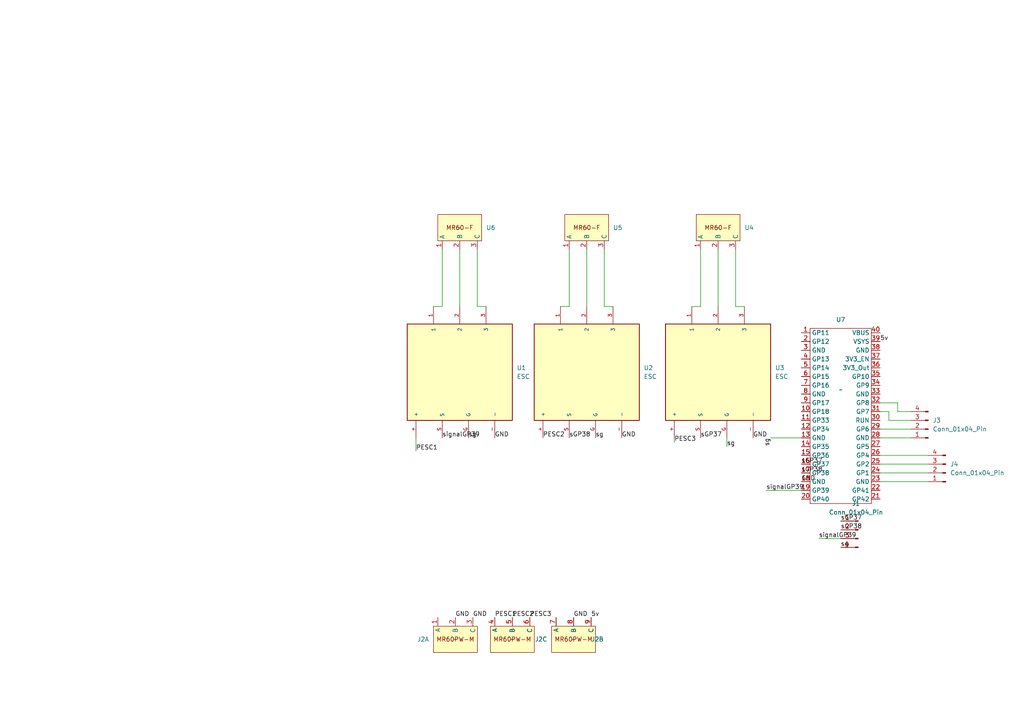
<source format=kicad_sch>
(kicad_sch (version 20230121) (generator eeschema)

  (uuid 986cd784-cf7b-4705-8aca-2a8de3c444dd)

  (paper "A4")

  (lib_symbols
    (symbol "2024-backplane:MR60-F" (in_bom yes) (on_board yes)
      (property "Reference" "U" (at -3.81 11.43 0)
        (effects (font (size 1.27 1.27)))
      )
      (property "Value" "" (at -3.81 6.35 0)
        (effects (font (size 1.27 1.27)))
      )
      (property "Footprint" "" (at -3.81 6.35 0)
        (effects (font (size 1.27 1.27)) hide)
      )
      (property "Datasheet" "" (at -3.81 6.35 0)
        (effects (font (size 1.27 1.27)) hide)
      )
      (symbol "MR60-F_1_1"
        (rectangle (start -10.16 10.16) (end 2.54 2.54)
          (stroke (width 0) (type default))
          (fill (type background))
        )
        (text "MR60-F\n" (at -3.81 6.35 0)
          (effects (font (size 1.27 1.27)))
        )
        (pin bidirectional line (at -8.89 0 90) (length 2.54)
          (name "A" (effects (font (size 1.27 1.27))))
          (number "1" (effects (font (size 1.27 1.27))))
        )
        (pin bidirectional line (at -3.81 0 90) (length 2.54)
          (name "B" (effects (font (size 1.27 1.27))))
          (number "2" (effects (font (size 1.27 1.27))))
        )
        (pin bidirectional line (at 1.27 0 90) (length 2.54)
          (name "C" (effects (font (size 1.27 1.27))))
          (number "3" (effects (font (size 1.27 1.27))))
        )
      )
    )
    (symbol "2024-backplane:MR60PW-M_X3" (in_bom yes) (on_board yes)
      (property "Reference" "J" (at -3.81 11.43 0)
        (effects (font (size 1.27 1.27)))
      )
      (property "Value" "" (at -3.81 6.35 0)
        (effects (font (size 1.27 1.27)))
      )
      (property "Footprint" "2024-backplane:MR60PW-M_X3" (at -6.35 20.32 0)
        (effects (font (size 1.27 1.27)) hide)
      )
      (property "Datasheet" "https://www.tme.com/Document/fd4b3517709a946d7b01cf4810656931/MR60PW-M.pdf" (at -5.08 17.78 0)
        (effects (font (size 1.27 1.27)) hide)
      )
      (symbol "MR60PW-M_X3_1_1"
        (rectangle (start -10.16 10.16) (end 2.54 2.54)
          (stroke (width 0) (type default))
          (fill (type background))
        )
        (text "MR60PW-M\n" (at -3.81 6.35 0)
          (effects (font (size 1.27 1.27)))
        )
        (pin bidirectional line (at -8.89 0 90) (length 2.54)
          (name "A" (effects (font (size 1.27 1.27))))
          (number "1" (effects (font (size 1.27 1.27))))
        )
        (pin bidirectional line (at -3.81 0 90) (length 2.54)
          (name "B" (effects (font (size 1.27 1.27))))
          (number "2" (effects (font (size 1.27 1.27))))
        )
        (pin bidirectional line (at 1.27 0 90) (length 2.54)
          (name "C" (effects (font (size 1.27 1.27))))
          (number "3" (effects (font (size 1.27 1.27))))
        )
      )
      (symbol "MR60PW-M_X3_2_1"
        (rectangle (start -10.16 10.16) (end 2.54 2.54)
          (stroke (width 0) (type default))
          (fill (type background))
        )
        (text "MR60PW-M\n" (at -3.81 6.35 0)
          (effects (font (size 1.27 1.27)))
        )
        (pin bidirectional line (at -8.89 0 90) (length 2.54)
          (name "A" (effects (font (size 1.27 1.27))))
          (number "4" (effects (font (size 1.27 1.27))))
        )
        (pin bidirectional line (at -3.81 0 90) (length 2.54)
          (name "B" (effects (font (size 1.27 1.27))))
          (number "5" (effects (font (size 1.27 1.27))))
        )
        (pin bidirectional line (at 1.27 0 90) (length 2.54)
          (name "C" (effects (font (size 1.27 1.27))))
          (number "6" (effects (font (size 1.27 1.27))))
        )
      )
      (symbol "MR60PW-M_X3_3_1"
        (rectangle (start -10.16 10.16) (end 2.54 2.54)
          (stroke (width 0) (type default))
          (fill (type background))
        )
        (text "MR60PW-M\n" (at -3.81 6.35 0)
          (effects (font (size 1.27 1.27)))
        )
        (pin bidirectional line (at -8.89 0 90) (length 2.54)
          (name "A" (effects (font (size 1.27 1.27))))
          (number "7" (effects (font (size 1.27 1.27))))
        )
        (pin bidirectional line (at -3.81 0 90) (length 2.54)
          (name "B" (effects (font (size 1.27 1.27))))
          (number "8" (effects (font (size 1.27 1.27))))
        )
        (pin bidirectional line (at 1.27 0 90) (length 2.54)
          (name "C" (effects (font (size 1.27 1.27))))
          (number "9" (effects (font (size 1.27 1.27))))
        )
      )
    )
    (symbol "Connector:Conn_01x04_Pin" (pin_names (offset 1.016) hide) (in_bom yes) (on_board yes)
      (property "Reference" "J" (at 0 5.08 0)
        (effects (font (size 1.27 1.27)))
      )
      (property "Value" "Conn_01x04_Pin" (at 0 -7.62 0)
        (effects (font (size 1.27 1.27)))
      )
      (property "Footprint" "" (at 0 0 0)
        (effects (font (size 1.27 1.27)) hide)
      )
      (property "Datasheet" "~" (at 0 0 0)
        (effects (font (size 1.27 1.27)) hide)
      )
      (property "ki_locked" "" (at 0 0 0)
        (effects (font (size 1.27 1.27)))
      )
      (property "ki_keywords" "connector" (at 0 0 0)
        (effects (font (size 1.27 1.27)) hide)
      )
      (property "ki_description" "Generic connector, single row, 01x04, script generated" (at 0 0 0)
        (effects (font (size 1.27 1.27)) hide)
      )
      (property "ki_fp_filters" "Connector*:*_1x??_*" (at 0 0 0)
        (effects (font (size 1.27 1.27)) hide)
      )
      (symbol "Conn_01x04_Pin_1_1"
        (polyline
          (pts
            (xy 1.27 -5.08)
            (xy 0.8636 -5.08)
          )
          (stroke (width 0.1524) (type default))
          (fill (type none))
        )
        (polyline
          (pts
            (xy 1.27 -2.54)
            (xy 0.8636 -2.54)
          )
          (stroke (width 0.1524) (type default))
          (fill (type none))
        )
        (polyline
          (pts
            (xy 1.27 0)
            (xy 0.8636 0)
          )
          (stroke (width 0.1524) (type default))
          (fill (type none))
        )
        (polyline
          (pts
            (xy 1.27 2.54)
            (xy 0.8636 2.54)
          )
          (stroke (width 0.1524) (type default))
          (fill (type none))
        )
        (rectangle (start 0.8636 -4.953) (end 0 -5.207)
          (stroke (width 0.1524) (type default))
          (fill (type outline))
        )
        (rectangle (start 0.8636 -2.413) (end 0 -2.667)
          (stroke (width 0.1524) (type default))
          (fill (type outline))
        )
        (rectangle (start 0.8636 0.127) (end 0 -0.127)
          (stroke (width 0.1524) (type default))
          (fill (type outline))
        )
        (rectangle (start 0.8636 2.667) (end 0 2.413)
          (stroke (width 0.1524) (type default))
          (fill (type outline))
        )
        (pin passive line (at 5.08 2.54 180) (length 3.81)
          (name "Pin_1" (effects (font (size 1.27 1.27))))
          (number "1" (effects (font (size 1.27 1.27))))
        )
        (pin passive line (at 5.08 0 180) (length 3.81)
          (name "Pin_2" (effects (font (size 1.27 1.27))))
          (number "2" (effects (font (size 1.27 1.27))))
        )
        (pin passive line (at 5.08 -2.54 180) (length 3.81)
          (name "Pin_3" (effects (font (size 1.27 1.27))))
          (number "3" (effects (font (size 1.27 1.27))))
        )
        (pin passive line (at 5.08 -5.08 180) (length 3.81)
          (name "Pin_4" (effects (font (size 1.27 1.27))))
          (number "4" (effects (font (size 1.27 1.27))))
        )
      )
    )
    (symbol "ESC:ESC" (pin_names (offset 1.016)) (in_bom yes) (on_board yes)
      (property "Reference" "U" (at 15.24 31.75 0)
        (effects (font (size 1.27 1.27)) (justify bottom))
      )
      (property "Value" "ESC" (at 7.62 -2.54 0)
        (effects (font (size 1.27 1.27)) (justify bottom))
      )
      (property "Footprint" "ESC:ESC" (at 0 0 0)
        (effects (font (size 1.27 1.27)) (justify bottom) hide)
      )
      (property "Datasheet" "" (at 0 0 0)
        (effects (font (size 1.27 1.27)) hide)
      )
      (symbol "ESC_0_0"
        (rectangle (start 0 0) (end 27.94 30.48)
          (stroke (width 0.254) (type default))
          (fill (type background))
        )
        (pin bidirectional line (at -5.08 27.94 0) (length 5.08)
          (name "+" (effects (font (size 1.016 1.016))))
          (number "+" (effects (font (size 1.016 1.016))))
        )
        (pin bidirectional line (at -5.08 5.08 0) (length 5.08)
          (name "-" (effects (font (size 1.016 1.016))))
          (number "-" (effects (font (size 1.016 1.016))))
        )
        (pin bidirectional line (at 33.02 22.86 180) (length 5.08)
          (name "1" (effects (font (size 1.016 1.016))))
          (number "1" (effects (font (size 1.016 1.016))))
        )
        (pin bidirectional line (at 33.02 15.24 180) (length 5.08)
          (name "2" (effects (font (size 1.016 1.016))))
          (number "2" (effects (font (size 1.016 1.016))))
        )
        (pin bidirectional line (at 33.02 7.62 180) (length 5.08)
          (name "3" (effects (font (size 1.016 1.016))))
          (number "3" (effects (font (size 1.016 1.016))))
        )
        (pin bidirectional line (at -5.08 12.7 0) (length 5.08)
          (name "G" (effects (font (size 1.016 1.016))))
          (number "G" (effects (font (size 1.016 1.016))))
        )
        (pin bidirectional line (at -5.08 20.32 0) (length 5.08)
          (name "S" (effects (font (size 1.016 1.016))))
          (number "S" (effects (font (size 1.016 1.016))))
        )
      )
    )
    (symbol "Kelpie_Library:ESP32-S3-Pico" (in_bom yes) (on_board yes)
      (property "Reference" "U" (at 0 19.05 0)
        (effects (font (size 1.27 1.27)))
      )
      (property "Value" "" (at 0 0 0)
        (effects (font (size 1.27 1.27)))
      )
      (property "Footprint" "" (at 0 0 0)
        (effects (font (size 1.27 1.27)) hide)
      )
      (property "Datasheet" "" (at 0 0 0)
        (effects (font (size 1.27 1.27)) hide)
      )
      (symbol "ESP32-S3-Pico_0_1"
        (rectangle (start -8.89 17.78) (end 8.89 -33.02)
          (stroke (width 0) (type default))
          (fill (type none))
        )
      )
      (symbol "ESP32-S3-Pico_1_1"
        (pin bidirectional line (at -11.43 16.51 0) (length 2.54)
          (name "GP11" (effects (font (size 1.27 1.27))))
          (number "1" (effects (font (size 1.27 1.27))))
        )
        (pin bidirectional line (at -11.43 -6.35 0) (length 2.54)
          (name "GP18" (effects (font (size 1.27 1.27))))
          (number "10" (effects (font (size 1.27 1.27))))
        )
        (pin bidirectional line (at -11.43 -8.89 0) (length 2.54)
          (name "GP33" (effects (font (size 1.27 1.27))))
          (number "11" (effects (font (size 1.27 1.27))))
        )
        (pin bidirectional line (at -11.43 -11.43 0) (length 2.54)
          (name "GP34" (effects (font (size 1.27 1.27))))
          (number "12" (effects (font (size 1.27 1.27))))
        )
        (pin power_in line (at -11.43 -13.97 0) (length 2.54)
          (name "GND" (effects (font (size 1.27 1.27))))
          (number "13" (effects (font (size 1.27 1.27))))
        )
        (pin bidirectional line (at -11.43 -16.51 0) (length 2.54)
          (name "GP35" (effects (font (size 1.27 1.27))))
          (number "14" (effects (font (size 1.27 1.27))))
        )
        (pin bidirectional line (at -11.43 -19.05 0) (length 2.54)
          (name "GP36" (effects (font (size 1.27 1.27))))
          (number "15" (effects (font (size 1.27 1.27))))
        )
        (pin bidirectional line (at -11.43 -21.59 0) (length 2.54)
          (name "GP37" (effects (font (size 1.27 1.27))))
          (number "16" (effects (font (size 1.27 1.27))))
        )
        (pin bidirectional line (at -11.43 -24.13 0) (length 2.54)
          (name "GP38" (effects (font (size 1.27 1.27))))
          (number "17" (effects (font (size 1.27 1.27))))
        )
        (pin power_in line (at -11.43 -26.67 0) (length 2.54)
          (name "GND" (effects (font (size 1.27 1.27))))
          (number "18" (effects (font (size 1.27 1.27))))
        )
        (pin bidirectional line (at -11.43 -29.21 0) (length 2.54)
          (name "GP39" (effects (font (size 1.27 1.27))))
          (number "19" (effects (font (size 1.27 1.27))))
        )
        (pin bidirectional line (at -11.43 13.97 0) (length 2.54)
          (name "GP12" (effects (font (size 1.27 1.27))))
          (number "2" (effects (font (size 1.27 1.27))))
        )
        (pin bidirectional line (at -11.43 -31.75 0) (length 2.54)
          (name "GP40" (effects (font (size 1.27 1.27))))
          (number "20" (effects (font (size 1.27 1.27))))
        )
        (pin bidirectional line (at 11.43 -31.75 180) (length 2.54)
          (name "GP42" (effects (font (size 1.27 1.27))))
          (number "21" (effects (font (size 1.27 1.27))))
        )
        (pin bidirectional line (at 11.43 -29.21 180) (length 2.54)
          (name "GP41" (effects (font (size 1.27 1.27))))
          (number "22" (effects (font (size 1.27 1.27))))
        )
        (pin power_in line (at 11.43 -26.67 180) (length 2.54)
          (name "GND" (effects (font (size 1.27 1.27))))
          (number "23" (effects (font (size 1.27 1.27))))
        )
        (pin bidirectional line (at 11.43 -24.13 180) (length 2.54)
          (name "GP1" (effects (font (size 1.27 1.27))))
          (number "24" (effects (font (size 1.27 1.27))))
        )
        (pin bidirectional line (at 11.43 -21.59 180) (length 2.54)
          (name "GP2" (effects (font (size 1.27 1.27))))
          (number "25" (effects (font (size 1.27 1.27))))
        )
        (pin bidirectional line (at 11.43 -19.05 180) (length 2.54)
          (name "GP4" (effects (font (size 1.27 1.27))))
          (number "26" (effects (font (size 1.27 1.27))))
        )
        (pin bidirectional line (at 11.43 -16.51 180) (length 2.54)
          (name "GP5" (effects (font (size 1.27 1.27))))
          (number "27" (effects (font (size 1.27 1.27))))
        )
        (pin power_in line (at 11.43 -13.97 180) (length 2.54)
          (name "GND" (effects (font (size 1.27 1.27))))
          (number "28" (effects (font (size 1.27 1.27))))
        )
        (pin bidirectional line (at 11.43 -11.43 180) (length 2.54)
          (name "GP6" (effects (font (size 1.27 1.27))))
          (number "29" (effects (font (size 1.27 1.27))))
        )
        (pin power_in line (at -11.43 11.43 0) (length 2.54)
          (name "GND" (effects (font (size 1.27 1.27))))
          (number "3" (effects (font (size 1.27 1.27))))
        )
        (pin input line (at 11.43 -8.89 180) (length 2.54)
          (name "RUN" (effects (font (size 1.27 1.27))))
          (number "30" (effects (font (size 1.27 1.27))))
        )
        (pin bidirectional line (at 11.43 -6.35 180) (length 2.54)
          (name "GP7" (effects (font (size 1.27 1.27))))
          (number "31" (effects (font (size 1.27 1.27))))
        )
        (pin bidirectional line (at 11.43 -3.81 180) (length 2.54)
          (name "GP8" (effects (font (size 1.27 1.27))))
          (number "32" (effects (font (size 1.27 1.27))))
        )
        (pin power_in line (at 11.43 -1.27 180) (length 2.54)
          (name "GND" (effects (font (size 1.27 1.27))))
          (number "33" (effects (font (size 1.27 1.27))))
        )
        (pin bidirectional line (at 11.43 1.27 180) (length 2.54)
          (name "GP9" (effects (font (size 1.27 1.27))))
          (number "34" (effects (font (size 1.27 1.27))))
        )
        (pin bidirectional line (at 11.43 3.81 180) (length 2.54)
          (name "GP10" (effects (font (size 1.27 1.27))))
          (number "35" (effects (font (size 1.27 1.27))))
        )
        (pin power_out line (at 11.43 6.35 180) (length 2.54)
          (name "3V3_Out" (effects (font (size 1.27 1.27))))
          (number "36" (effects (font (size 1.27 1.27))))
        )
        (pin input line (at 11.43 8.89 180) (length 2.54)
          (name "3V3_EN" (effects (font (size 1.27 1.27))))
          (number "37" (effects (font (size 1.27 1.27))))
        )
        (pin power_in line (at 11.43 11.43 180) (length 2.54)
          (name "GND" (effects (font (size 1.27 1.27))))
          (number "38" (effects (font (size 1.27 1.27))))
        )
        (pin power_in line (at 11.43 13.97 180) (length 2.54)
          (name "VSYS" (effects (font (size 1.27 1.27))))
          (number "39" (effects (font (size 1.27 1.27))))
        )
        (pin bidirectional line (at -11.43 8.89 0) (length 2.54)
          (name "GP13" (effects (font (size 1.27 1.27))))
          (number "4" (effects (font (size 1.27 1.27))))
        )
        (pin power_in line (at 11.43 16.51 180) (length 2.54)
          (name "VBUS" (effects (font (size 1.27 1.27))))
          (number "40" (effects (font (size 1.27 1.27))))
        )
        (pin bidirectional line (at -11.43 6.35 0) (length 2.54)
          (name "GP14" (effects (font (size 1.27 1.27))))
          (number "5" (effects (font (size 1.27 1.27))))
        )
        (pin bidirectional line (at -11.43 3.81 0) (length 2.54)
          (name "GP15" (effects (font (size 1.27 1.27))))
          (number "6" (effects (font (size 1.27 1.27))))
        )
        (pin bidirectional line (at -11.43 1.27 0) (length 2.54)
          (name "GP16" (effects (font (size 1.27 1.27))))
          (number "7" (effects (font (size 1.27 1.27))))
        )
        (pin power_in line (at -11.43 -1.27 0) (length 2.54)
          (name "GND" (effects (font (size 1.27 1.27))))
          (number "8" (effects (font (size 1.27 1.27))))
        )
        (pin bidirectional line (at -11.43 -3.81 0) (length 2.54)
          (name "GP17" (effects (font (size 1.27 1.27))))
          (number "9" (effects (font (size 1.27 1.27))))
        )
      )
    )
  )


  (wire (pts (xy 222.25 142.24) (xy 232.41 142.24))
    (stroke (width 0) (type default))
    (uuid 07d994c0-f691-45d8-84a4-42d89b35e255)
  )
  (wire (pts (xy 260.35 119.38) (xy 260.35 116.84))
    (stroke (width 0) (type default))
    (uuid 08201afa-8375-40b3-af49-82e4d153b4c2)
  )
  (wire (pts (xy 133.35 72.39) (xy 133.35 88.9))
    (stroke (width 0) (type default))
    (uuid 0ba9a436-91e4-45d8-b4a8-6eea3b97c6df)
  )
  (wire (pts (xy 255.27 127) (xy 264.16 127))
    (stroke (width 0) (type default))
    (uuid 12558cb2-bd56-4011-9622-d3ac150391a8)
  )
  (wire (pts (xy 208.28 72.39) (xy 208.28 88.9))
    (stroke (width 0) (type default))
    (uuid 1ccdfef4-fc75-41f1-af55-ff90e2530c48)
  )
  (wire (pts (xy 128.27 88.9) (xy 125.73 88.9))
    (stroke (width 0) (type default))
    (uuid 23b4ae53-c11a-4f28-a963-a47d6eab75c0)
  )
  (wire (pts (xy 210.82 127) (xy 210.82 129.54))
    (stroke (width 0) (type default))
    (uuid 33a0b0e6-64b9-4602-b009-0b6aca4ae3b6)
  )
  (wire (pts (xy 165.1 88.9) (xy 165.1 72.39))
    (stroke (width 0) (type default))
    (uuid 343f7f40-254a-4379-a6c9-fdc0c2dbde6b)
  )
  (wire (pts (xy 264.16 119.38) (xy 260.35 119.38))
    (stroke (width 0) (type default))
    (uuid 36eda47b-0c28-4d09-8b15-cd7f09966eed)
  )
  (wire (pts (xy 138.43 72.39) (xy 138.43 88.9))
    (stroke (width 0) (type default))
    (uuid 40c2935b-f2cb-4c25-b839-3647f2f6e6a6)
  )
  (wire (pts (xy 257.81 121.92) (xy 264.16 121.92))
    (stroke (width 0) (type default))
    (uuid 4b1a454a-6ea1-444b-b891-c62bc133d447)
  )
  (wire (pts (xy 269.24 132.08) (xy 255.27 132.08))
    (stroke (width 0) (type default))
    (uuid 5087b095-5ec6-401b-b9b4-b93de848dde2)
  )
  (wire (pts (xy 128.27 72.39) (xy 128.27 88.9))
    (stroke (width 0) (type default))
    (uuid 5e45875e-9d27-4324-91f8-ca1f4b58e898)
  )
  (wire (pts (xy 255.27 119.38) (xy 257.81 119.38))
    (stroke (width 0) (type default))
    (uuid 5f110bee-bc5c-4355-bd29-0368a5415904)
  )
  (wire (pts (xy 170.18 88.9) (xy 170.18 72.39))
    (stroke (width 0) (type default))
    (uuid 5f69aa49-0645-45be-8952-193f8ad0ebf3)
  )
  (wire (pts (xy 269.24 139.7) (xy 255.27 139.7))
    (stroke (width 0) (type default))
    (uuid 64074220-5a26-4bb1-8f08-094b7b94fe4a)
  )
  (wire (pts (xy 269.24 134.62) (xy 255.27 134.62))
    (stroke (width 0) (type default))
    (uuid 664170ef-836d-4d7d-9a76-b70636f22dbe)
  )
  (wire (pts (xy 237.49 156.21) (xy 243.84 156.21))
    (stroke (width 0) (type default))
    (uuid 6d0e789e-6f97-431b-bc8a-55d0c0b3a32f)
  )
  (wire (pts (xy 138.43 88.9) (xy 140.97 88.9))
    (stroke (width 0) (type default))
    (uuid 724579c1-c7ca-4a73-bfe7-1a0d30c49bf9)
  )
  (wire (pts (xy 257.81 119.38) (xy 257.81 121.92))
    (stroke (width 0) (type default))
    (uuid 864408d9-7f94-47cb-b87b-12e4c132a021)
  )
  (wire (pts (xy 175.26 88.9) (xy 175.26 72.39))
    (stroke (width 0) (type default))
    (uuid 8b3c153a-812d-47d9-8f0b-666f3e49a427)
  )
  (wire (pts (xy 162.56 88.9) (xy 165.1 88.9))
    (stroke (width 0) (type default))
    (uuid 8e4d9fe1-372f-43a9-a5ff-cf0604362ba1)
  )
  (wire (pts (xy 213.36 88.9) (xy 213.36 72.39))
    (stroke (width 0) (type default))
    (uuid 927a55f5-5b2a-4a4b-959e-81b73442fc1d)
  )
  (wire (pts (xy 120.65 127) (xy 120.65 130.81))
    (stroke (width 0) (type default))
    (uuid 9991a9b4-8152-4b63-9d69-85e139b93feb)
  )
  (wire (pts (xy 223.52 127) (xy 232.41 127))
    (stroke (width 0) (type default))
    (uuid a6a0ec13-6ed7-47f3-9a16-7e28e9734d47)
  )
  (wire (pts (xy 215.9 88.9) (xy 213.36 88.9))
    (stroke (width 0) (type default))
    (uuid b721da65-8de8-40de-aa6c-dac40aaec61c)
  )
  (wire (pts (xy 255.27 124.46) (xy 264.16 124.46))
    (stroke (width 0) (type default))
    (uuid ba520c65-c54c-42b7-80a2-4f4a620d80cb)
  )
  (wire (pts (xy 177.8 88.9) (xy 175.26 88.9))
    (stroke (width 0) (type default))
    (uuid c9c03f21-9595-4180-9809-e8f7fcd7e21a)
  )
  (wire (pts (xy 269.24 137.16) (xy 255.27 137.16))
    (stroke (width 0) (type default))
    (uuid d34c18c7-4fa4-47fe-a51f-9f9962b10c58)
  )
  (wire (pts (xy 195.58 127) (xy 195.58 128.27))
    (stroke (width 0) (type default))
    (uuid ef92f5c5-3522-453c-aade-2a42fdef7dc5)
  )
  (wire (pts (xy 255.27 116.84) (xy 260.35 116.84))
    (stroke (width 0) (type default))
    (uuid f869bb24-2def-4146-ac11-b9abaaed6a7e)
  )
  (wire (pts (xy 200.66 88.9) (xy 203.2 88.9))
    (stroke (width 0) (type default))
    (uuid fa70bbe8-4f0d-4c6d-abf4-d9101c86f764)
  )
  (wire (pts (xy 203.2 88.9) (xy 203.2 72.39))
    (stroke (width 0) (type default))
    (uuid fb11c111-2a35-4f68-b42f-240c6db7f2f3)
  )

  (label "5v" (at 255.27 99.06 0) (fields_autoplaced)
    (effects (font (size 1.27 1.27)) (justify left bottom))
    (uuid 0974d176-fb32-4a8c-b0d4-ff484fa47612)
  )
  (label "PESC1" (at 143.51 179.07 0) (fields_autoplaced)
    (effects (font (size 1.27 1.27)) (justify left bottom))
    (uuid 210a1e81-9711-49c2-9c58-45040c62f416)
  )
  (label "sg" (at 210.82 129.54 0) (fields_autoplaced)
    (effects (font (size 1.27 1.27)) (justify left bottom))
    (uuid 2cde4e2b-4e78-4ddc-b57f-824c8e94602a)
  )
  (label "GND" (at 180.34 127 0) (fields_autoplaced)
    (effects (font (size 1.27 1.27)) (justify left bottom))
    (uuid 2e667584-df51-44b1-9819-8127fc20dd60)
  )
  (label "sGP37" (at 243.84 151.13 0) (fields_autoplaced)
    (effects (font (size 1.27 1.27)) (justify left bottom))
    (uuid 46d52f1c-4f54-4825-89f5-4a22664a303b)
  )
  (label "GND" (at 132.08 179.07 0) (fields_autoplaced)
    (effects (font (size 1.27 1.27)) (justify left bottom))
    (uuid 5c9b4621-4776-45cc-aaa8-8779fe7f7c92)
  )
  (label "PESC2" (at 157.48 127 0) (fields_autoplaced)
    (effects (font (size 1.27 1.27)) (justify left bottom))
    (uuid 60bd82fb-4e88-46bc-9acd-b678ed9349a2)
  )
  (label "PESC1" (at 120.65 130.81 0) (fields_autoplaced)
    (effects (font (size 1.27 1.27)) (justify left bottom))
    (uuid 6f0d030b-9d54-480e-9fa9-1d92337f1ec3)
  )
  (label "PESC3" (at 153.67 179.07 0) (fields_autoplaced)
    (effects (font (size 1.27 1.27)) (justify left bottom))
    (uuid 701ff253-0168-443a-8174-4875f0fe3ac3)
  )
  (label "GND" (at 143.51 127 0) (fields_autoplaced)
    (effects (font (size 1.27 1.27)) (justify left bottom))
    (uuid 7225bfc2-8b66-4390-aa40-4dd5e1dcee13)
  )
  (label "sg" (at 243.84 158.75 0) (fields_autoplaced)
    (effects (font (size 1.27 1.27)) (justify left bottom))
    (uuid 73300db7-b2de-4ac0-a453-f08fd6429a6c)
  )
  (label "5v" (at 171.45 179.07 0) (fields_autoplaced)
    (effects (font (size 1.27 1.27)) (justify left bottom))
    (uuid 7ffa7397-d3e2-4256-a46c-5534dfb7d444)
  )
  (label "PESC3" (at 195.58 128.27 0) (fields_autoplaced)
    (effects (font (size 1.27 1.27)) (justify left bottom))
    (uuid 86bc3a06-fa3e-4ea9-b148-30b6339650af)
  )
  (label "GND" (at 137.16 179.07 0) (fields_autoplaced)
    (effects (font (size 1.27 1.27)) (justify left bottom))
    (uuid 8db408e8-c4e0-40f5-a714-8092441cf1d7)
  )
  (label "signalGP39" (at 128.27 127 0) (fields_autoplaced)
    (effects (font (size 1.27 1.27)) (justify left bottom))
    (uuid 965c61fa-004b-4885-968b-d8fff7f8e12d)
  )
  (label "signalGP39" (at 237.49 156.21 0) (fields_autoplaced)
    (effects (font (size 1.27 1.27)) (justify left bottom))
    (uuid a7094578-ce2b-4812-a18c-aed8528c7dae)
  )
  (label "sGP38" (at 232.41 137.16 0) (fields_autoplaced)
    (effects (font (size 1.27 1.27)) (justify left bottom))
    (uuid abd79342-a51b-4298-80ce-11a26b22451a)
  )
  (label "sGP38" (at 165.1 127 0) (fields_autoplaced)
    (effects (font (size 1.27 1.27)) (justify left bottom))
    (uuid c16c55b3-e73a-4ab6-9bce-5f40b8c0e46d)
  )
  (label "sg" (at 172.72 127 0) (fields_autoplaced)
    (effects (font (size 1.27 1.27)) (justify left bottom))
    (uuid c1e8d366-1db6-4789-b44b-dba70a3f5ff4)
  )
  (label "sGP37" (at 232.41 134.62 0) (fields_autoplaced)
    (effects (font (size 1.27 1.27)) (justify left bottom))
    (uuid ca8caa4d-c1eb-4942-923c-513b7d084cd5)
  )
  (label "signalGP39" (at 222.25 142.24 0) (fields_autoplaced)
    (effects (font (size 1.27 1.27)) (justify left bottom))
    (uuid cfa69eaa-8bb2-4b2c-8e17-4a897c24fd78)
  )
  (label "sg" (at 223.52 127 270) (fields_autoplaced)
    (effects (font (size 1.27 1.27)) (justify right bottom))
    (uuid d0d72fcc-0831-45cf-805f-e18d50adc6f6)
  )
  (label "GND" (at 232.41 139.7 0) (fields_autoplaced)
    (effects (font (size 1.27 1.27)) (justify left bottom))
    (uuid d340626e-34b0-426a-afc3-68dbe0476955)
  )
  (label "sGP38" (at 243.84 153.67 0) (fields_autoplaced)
    (effects (font (size 1.27 1.27)) (justify left bottom))
    (uuid db5ff8ca-7ead-4f2b-ae55-d0cffc5ec8ab)
  )
  (label "GND" (at 166.37 179.07 0) (fields_autoplaced)
    (effects (font (size 1.27 1.27)) (justify left bottom))
    (uuid e71e0bac-d359-4161-82e6-f3606e353f22)
  )
  (label "GND" (at 218.44 127 0) (fields_autoplaced)
    (effects (font (size 1.27 1.27)) (justify left bottom))
    (uuid e7ad7a0b-7164-4c71-b797-fe6a252cb6aa)
  )
  (label "sg" (at 135.89 127 0) (fields_autoplaced)
    (effects (font (size 1.27 1.27)) (justify left bottom))
    (uuid e85cf98a-120a-410a-86b3-2fc9456a4ce0)
  )
  (label "PESC2" (at 148.59 179.07 0) (fields_autoplaced)
    (effects (font (size 1.27 1.27)) (justify left bottom))
    (uuid f7b34c79-c07a-400a-bf34-e95b3e8d4c73)
  )
  (label "sGP37" (at 203.2 127 0) (fields_autoplaced)
    (effects (font (size 1.27 1.27)) (justify left bottom))
    (uuid f7b65d59-efbb-4aaf-b1bc-fae1904bf66a)
  )

  (symbol (lib_id "ESC:ESC") (at 185.42 121.92 90) (unit 1)
    (in_bom yes) (on_board yes) (dnp no) (fields_autoplaced)
    (uuid 00731af8-2972-44ae-8401-d3341ae5b766)
    (property "Reference" "U2" (at 186.69 106.68 90)
      (effects (font (size 1.27 1.27)) (justify right))
    )
    (property "Value" "ESC" (at 186.69 109.22 90)
      (effects (font (size 1.27 1.27)) (justify right))
    )
    (property "Footprint" "ESC carrier board test 1:ESC" (at 185.42 121.92 0)
      (effects (font (size 1.27 1.27)) (justify bottom) hide)
    )
    (property "Datasheet" "" (at 185.42 121.92 0)
      (effects (font (size 1.27 1.27)) hide)
    )
    (pin "2" (uuid 36389372-40fc-463f-aedb-75503550035b))
    (pin "3" (uuid 87e57591-bf7e-49b0-834b-b39e4f5592b0))
    (pin "S" (uuid 600e8682-3110-439f-8bc5-7d6475cf39fd))
    (pin "1" (uuid b003b2f5-cd17-421b-b046-e5c405403753))
    (pin "-" (uuid 432e18d3-c2bd-4548-afdd-1f042525deaf))
    (pin "G" (uuid 8af17dc5-b290-4425-a8ce-dee3bcb756ac))
    (pin "+" (uuid 8561ea25-4f01-406c-b377-433a20a98d4f))
    (instances
      (project "ESC carrier board test 1"
        (path "/986cd784-cf7b-4705-8aca-2a8de3c444dd"
          (reference "U2") (unit 1)
        )
      )
    )
  )

  (symbol (lib_id "Connector:Conn_01x04_Pin") (at 274.32 137.16 180) (unit 1)
    (in_bom yes) (on_board yes) (dnp no)
    (uuid 14f1012f-5e33-418e-9b47-10f7672d81c7)
    (property "Reference" "J4" (at 275.59 134.62 0)
      (effects (font (size 1.27 1.27)) (justify right))
    )
    (property "Value" "Conn_01x04_Pin" (at 275.59 137.16 0)
      (effects (font (size 1.27 1.27)) (justify right))
    )
    (property "Footprint" "Connector_PinHeader_2.54mm:PinHeader_1x04_P2.54mm_Horizontal" (at 274.32 137.16 0)
      (effects (font (size 1.27 1.27)) hide)
    )
    (property "Datasheet" "~" (at 274.32 137.16 0)
      (effects (font (size 1.27 1.27)) hide)
    )
    (pin "4" (uuid 69eda92d-d444-4c68-85a1-705b35c1c12c))
    (pin "3" (uuid 7909887a-9882-42d5-9427-d28441ef8861))
    (pin "2" (uuid 9acfd302-ea7a-4696-82a3-70c6247b1ec5))
    (pin "1" (uuid ce3396c3-2261-4ce5-8b87-41d071841e8b))
    (instances
      (project "ESC carrier board test 1"
        (path "/986cd784-cf7b-4705-8aca-2a8de3c444dd"
          (reference "J4") (unit 1)
        )
      )
    )
  )

  (symbol (lib_id "2024-backplane:MR60-F") (at 173.99 72.39 0) (unit 1)
    (in_bom yes) (on_board yes) (dnp no) (fields_autoplaced)
    (uuid 1a6c73ac-8ea6-44d4-a4fb-42457623a9d2)
    (property "Reference" "U5" (at 177.8 66.04 0)
      (effects (font (size 1.27 1.27)) (justify left))
    )
    (property "Value" "~" (at 170.18 66.04 0)
      (effects (font (size 1.27 1.27)))
    )
    (property "Footprint" "" (at 170.18 66.04 0)
      (effects (font (size 1.27 1.27)) hide)
    )
    (property "Datasheet" "" (at 170.18 66.04 0)
      (effects (font (size 1.27 1.27)) hide)
    )
    (pin "2" (uuid 8ffd8d26-1d31-4ddb-a0f0-87fb1e242f2e))
    (pin "3" (uuid f8f2738d-61df-493d-9473-e66575e30dc6))
    (pin "1" (uuid 0a6da378-0e0a-42e0-a7b8-517bca5abc01))
    (instances
      (project "ESC carrier board test 1"
        (path "/986cd784-cf7b-4705-8aca-2a8de3c444dd"
          (reference "U5") (unit 1)
        )
      )
    )
  )

  (symbol (lib_id "2024-backplane:MR60PW-M_X3") (at 135.89 179.07 0) (mirror x) (unit 1)
    (in_bom yes) (on_board yes) (dnp no)
    (uuid 1b90c754-c05a-44ec-9965-eff85c67ddd8)
    (property "Reference" "J2" (at 124.46 185.42 0)
      (effects (font (size 1.27 1.27)) (justify right))
    )
    (property "Value" "~" (at 132.08 185.42 0)
      (effects (font (size 1.27 1.27)))
    )
    (property "Footprint" "ESC carrier board test 1:MR60PW-M_X3" (at 129.54 199.39 0)
      (effects (font (size 1.27 1.27)) hide)
    )
    (property "Datasheet" "https://www.tme.com/Document/fd4b3517709a946d7b01cf4810656931/MR60PW-M.pdf" (at 130.81 196.85 0)
      (effects (font (size 1.27 1.27)) hide)
    )
    (pin "2" (uuid 94364a1f-4918-4231-b420-bc9e56302f92))
    (pin "6" (uuid 538ce4b6-6d12-4dab-a725-2a0cf915e4c6))
    (pin "4" (uuid 512b58ee-fea6-4de5-93af-e72157317cea))
    (pin "7" (uuid dc5ad867-c9a9-4a4d-8d74-d305d5038a59))
    (pin "8" (uuid c8f4d0b8-a056-4484-81a7-5ef78de3ba2a))
    (pin "3" (uuid 1d4521da-3a2e-48d5-bc0d-0f8acf4940c0))
    (pin "1" (uuid 33425354-4d5b-4443-9bb8-3f4a5ca1d8aa))
    (pin "5" (uuid a5c07ac7-9d69-43c8-9b8f-fc16cbcd1b39))
    (pin "9" (uuid 9fc4f2af-3347-47c5-984d-9c00f17c6e18))
    (instances
      (project "ESC carrier board test 1"
        (path "/986cd784-cf7b-4705-8aca-2a8de3c444dd"
          (reference "J2") (unit 1)
        )
      )
    )
  )

  (symbol (lib_id "2024-backplane:MR60-F") (at 137.16 72.39 0) (unit 1)
    (in_bom yes) (on_board yes) (dnp no) (fields_autoplaced)
    (uuid 2a156e26-39a0-4815-836e-3d1a8f9a75aa)
    (property "Reference" "U6" (at 140.97 66.04 0)
      (effects (font (size 1.27 1.27)) (justify left))
    )
    (property "Value" "~" (at 133.35 66.04 0)
      (effects (font (size 1.27 1.27)))
    )
    (property "Footprint" "" (at 133.35 66.04 0)
      (effects (font (size 1.27 1.27)) hide)
    )
    (property "Datasheet" "" (at 133.35 66.04 0)
      (effects (font (size 1.27 1.27)) hide)
    )
    (pin "2" (uuid 4016fec4-7465-4156-895f-f3778384a0cb))
    (pin "3" (uuid 00d4ba96-c132-45d3-a953-14367e09a5eb))
    (pin "1" (uuid 26e4dde7-16bc-4551-8c6a-09798ee90ea7))
    (instances
      (project "ESC carrier board test 1"
        (path "/986cd784-cf7b-4705-8aca-2a8de3c444dd"
          (reference "U6") (unit 1)
        )
      )
    )
  )

  (symbol (lib_id "2024-backplane:MR60-F") (at 212.09 72.39 0) (unit 1)
    (in_bom yes) (on_board yes) (dnp no) (fields_autoplaced)
    (uuid 30dbde6d-0822-4881-a6ba-f6fe8912f544)
    (property "Reference" "U4" (at 215.9 66.04 0)
      (effects (font (size 1.27 1.27)) (justify left))
    )
    (property "Value" "~" (at 208.28 66.04 0)
      (effects (font (size 1.27 1.27)))
    )
    (property "Footprint" "" (at 208.28 66.04 0)
      (effects (font (size 1.27 1.27)) hide)
    )
    (property "Datasheet" "" (at 208.28 66.04 0)
      (effects (font (size 1.27 1.27)) hide)
    )
    (pin "2" (uuid e76e7327-475d-429c-a169-ce9d535e8d71))
    (pin "3" (uuid da5a8fef-5a6e-428c-8041-2a680c5f83d9))
    (pin "1" (uuid 13d03b70-96ec-41e2-b666-f154db82063d))
    (instances
      (project "ESC carrier board test 1"
        (path "/986cd784-cf7b-4705-8aca-2a8de3c444dd"
          (reference "U4") (unit 1)
        )
      )
    )
  )

  (symbol (lib_id "ESC:ESC") (at 148.59 121.92 90) (unit 1)
    (in_bom yes) (on_board yes) (dnp no) (fields_autoplaced)
    (uuid 374ebda9-ef07-4408-b955-f8a8297cf30f)
    (property "Reference" "U1" (at 149.86 106.68 90)
      (effects (font (size 1.27 1.27)) (justify right))
    )
    (property "Value" "ESC" (at 149.86 109.22 90)
      (effects (font (size 1.27 1.27)) (justify right))
    )
    (property "Footprint" "ESC carrier board test 1:ESC" (at 148.59 121.92 0)
      (effects (font (size 1.27 1.27)) (justify bottom) hide)
    )
    (property "Datasheet" "" (at 148.59 121.92 0)
      (effects (font (size 1.27 1.27)) hide)
    )
    (pin "2" (uuid 43699e8a-f83d-4342-a7a3-26ce255ff383))
    (pin "3" (uuid 3e38273a-37eb-4d35-8fa0-702a82069490))
    (pin "S" (uuid 35fddcfe-ea67-4dd9-be16-a1a7e2d79590))
    (pin "1" (uuid 05f835fc-12cc-469b-9fe8-282a003f0869))
    (pin "-" (uuid 3fbc02ae-0588-4d16-9f30-36fdd1e67b88))
    (pin "G" (uuid 5fa2244e-f94a-45f0-a1dd-f01e45cdcaab))
    (pin "+" (uuid b0805ae1-63dc-4c5a-ad3a-a41c52d3231c))
    (instances
      (project "ESC carrier board test 1"
        (path "/986cd784-cf7b-4705-8aca-2a8de3c444dd"
          (reference "U1") (unit 1)
        )
      )
    )
  )

  (symbol (lib_id "2024-backplane:MR60PW-M_X3") (at 170.18 179.07 0) (mirror x) (unit 3)
    (in_bom yes) (on_board yes) (dnp no) (fields_autoplaced)
    (uuid 4acc80bf-d9f7-40eb-8fd2-9f48aa0a4c69)
    (property "Reference" "J2" (at 158.75 185.42 0)
      (effects (font (size 1.27 1.27)) (justify right))
    )
    (property "Value" "~" (at 166.37 185.42 0)
      (effects (font (size 1.27 1.27)))
    )
    (property "Footprint" "ESC carrier board test 1:MR60PW-M_X3" (at 163.83 199.39 0)
      (effects (font (size 1.27 1.27)) hide)
    )
    (property "Datasheet" "https://www.tme.com/Document/fd4b3517709a946d7b01cf4810656931/MR60PW-M.pdf" (at 165.1 196.85 0)
      (effects (font (size 1.27 1.27)) hide)
    )
    (pin "2" (uuid 94364a1f-4918-4231-b420-bc9e56302f92))
    (pin "6" (uuid 538ce4b6-6d12-4dab-a725-2a0cf915e4c6))
    (pin "4" (uuid 512b58ee-fea6-4de5-93af-e72157317cea))
    (pin "7" (uuid dc5ad867-c9a9-4a4d-8d74-d305d5038a59))
    (pin "8" (uuid c8f4d0b8-a056-4484-81a7-5ef78de3ba2a))
    (pin "3" (uuid 1d4521da-3a2e-48d5-bc0d-0f8acf4940c0))
    (pin "1" (uuid 33425354-4d5b-4443-9bb8-3f4a5ca1d8aa))
    (pin "5" (uuid a5c07ac7-9d69-43c8-9b8f-fc16cbcd1b39))
    (pin "9" (uuid 9fc4f2af-3347-47c5-984d-9c00f17c6e18))
    (instances
      (project "ESC carrier board test 1"
        (path "/986cd784-cf7b-4705-8aca-2a8de3c444dd"
          (reference "J2") (unit 3)
        )
      )
    )
  )

  (symbol (lib_id "Connector:Conn_01x04_Pin") (at 269.24 124.46 180) (unit 1)
    (in_bom yes) (on_board yes) (dnp no) (fields_autoplaced)
    (uuid 6715f699-71c5-4813-a5b1-9300ffd43da7)
    (property "Reference" "J3" (at 270.51 121.92 0)
      (effects (font (size 1.27 1.27)) (justify right))
    )
    (property "Value" "Conn_01x04_Pin" (at 270.51 124.46 0)
      (effects (font (size 1.27 1.27)) (justify right))
    )
    (property "Footprint" "Connector_PinHeader_2.54mm:PinHeader_1x04_P2.54mm_Horizontal" (at 269.24 124.46 0)
      (effects (font (size 1.27 1.27)) hide)
    )
    (property "Datasheet" "~" (at 269.24 124.46 0)
      (effects (font (size 1.27 1.27)) hide)
    )
    (pin "4" (uuid 276cb5c2-8dca-48ca-a8e0-9267cb96ef0a))
    (pin "3" (uuid 868079da-001e-4795-aa9b-4ed782fff214))
    (pin "2" (uuid d6136245-95a9-4428-9a19-9cbbcf4e4eb2))
    (pin "1" (uuid 5f1b4756-6768-4834-8601-4cbfe0440ac3))
    (instances
      (project "ESC carrier board test 1"
        (path "/986cd784-cf7b-4705-8aca-2a8de3c444dd"
          (reference "J3") (unit 1)
        )
      )
    )
  )

  (symbol (lib_id "Kelpie_Library:ESP32-S3-Pico") (at 243.84 113.03 0) (unit 1)
    (in_bom yes) (on_board yes) (dnp no) (fields_autoplaced)
    (uuid 709dd22e-7898-4cc7-ad84-2df07c30af1f)
    (property "Reference" "U7" (at 243.84 92.71 0)
      (effects (font (size 1.27 1.27)))
    )
    (property "Value" "~" (at 243.84 113.03 0)
      (effects (font (size 1.27 1.27)))
    )
    (property "Footprint" "Kelpie_Default:ESP32-S3-Pico" (at 243.84 113.03 0)
      (effects (font (size 1.27 1.27)) hide)
    )
    (property "Datasheet" "" (at 243.84 113.03 0)
      (effects (font (size 1.27 1.27)) hide)
    )
    (pin "32" (uuid c9872bf8-1c1f-4898-84a6-3a938ad9f302))
    (pin "35" (uuid e5529009-7e87-4a39-8f77-fb6e14dac7a7))
    (pin "30" (uuid ff787654-80d4-4e75-b725-8f359fd55e73))
    (pin "6" (uuid 11514d8d-dc83-44fc-921b-b03a6723d50d))
    (pin "13" (uuid 438c8b73-3c1a-40c3-b0e1-2c6b03facad6))
    (pin "14" (uuid 6de9d992-ce1f-4418-9a63-c1ad11d8b4c1))
    (pin "28" (uuid b1567592-fe24-4152-9956-6a2a1954d617))
    (pin "25" (uuid fe2e31c4-f777-4ee9-b2db-29c7a952d7da))
    (pin "11" (uuid 590db065-9625-4539-a69b-fd47b6ebe281))
    (pin "33" (uuid 09248092-d928-450c-b0c7-461395a8472c))
    (pin "5" (uuid 6fa88d66-7825-4889-8bf2-18f71c3f3718))
    (pin "3" (uuid 402d15e6-674a-42fa-831d-47a9896953bf))
    (pin "19" (uuid d8972e57-51da-4306-8775-1269542be785))
    (pin "2" (uuid d9e45bb7-1376-428d-b110-0194fc21c646))
    (pin "40" (uuid 018970ad-6fd6-461d-b525-cc1bf8b4d71d))
    (pin "22" (uuid efa5e5f7-bb35-4ebc-9042-50b416b49aae))
    (pin "23" (uuid 48c803fd-b7e8-4a16-82f5-1c9625a1444a))
    (pin "8" (uuid 039f40fd-70c8-44d6-849d-e029412589d9))
    (pin "1" (uuid e43663f3-8c66-445c-bc55-d11376c2e524))
    (pin "31" (uuid ccaaf96a-4b5a-49c8-9d03-8dc64f17ec17))
    (pin "12" (uuid e836779c-e3ad-49e7-8096-6c65dae4e0f7))
    (pin "21" (uuid 72957d76-1b9c-4ea5-8935-ba9ac2912aa1))
    (pin "34" (uuid 30688c2e-5128-4569-9dda-0140b6697570))
    (pin "9" (uuid f273188b-424e-4fd5-89dc-c5e329174783))
    (pin "29" (uuid 125cb54a-3d18-400f-b018-190a8cfd0e77))
    (pin "16" (uuid 82d6bd5c-d601-4d39-94e9-125a9d54c953))
    (pin "27" (uuid a18f4feb-f1d1-4f6d-81f9-fcf64aaa25f1))
    (pin "10" (uuid 1b970831-db1c-4001-8e7b-b3e502552a3b))
    (pin "24" (uuid a44310d4-8f25-4517-bcb8-c3975968a893))
    (pin "17" (uuid 3d9d9017-f4b5-440f-b463-e8820d948d35))
    (pin "36" (uuid fef29240-fb7f-440c-bc31-2eb20e5ad51d))
    (pin "20" (uuid 6a4f16a3-e816-4e53-b9b1-0c4e4c6996bf))
    (pin "38" (uuid aa10cb37-2d56-4d9f-8251-f46704689a49))
    (pin "4" (uuid 425ca4a0-9eb8-4286-8f92-ebd73eeefb9f))
    (pin "7" (uuid 6de5b620-92fe-467e-ae38-d858881a2406))
    (pin "39" (uuid 24097158-e128-4e34-96d4-66731fd1cf64))
    (pin "26" (uuid e316e945-6364-4fc6-9260-a23251c63be4))
    (pin "37" (uuid 8b5d7942-ca4e-41bb-8a5b-c511e3921877))
    (pin "18" (uuid 76a321d4-c514-45c7-aece-7e8d90246645))
    (pin "15" (uuid 756d887c-598c-4675-866f-8eff553d99f1))
    (instances
      (project "ESC carrier board test 1"
        (path "/986cd784-cf7b-4705-8aca-2a8de3c444dd"
          (reference "U7") (unit 1)
        )
      )
    )
  )

  (symbol (lib_id "Connector:Conn_01x04_Pin") (at 248.92 153.67 0) (mirror y) (unit 1)
    (in_bom yes) (on_board yes) (dnp no)
    (uuid 863f6761-4a5c-477e-9b19-3cc035f46bc3)
    (property "Reference" "J1" (at 248.285 146.05 0)
      (effects (font (size 1.27 1.27)))
    )
    (property "Value" "Conn_01x04_Pin" (at 248.285 148.59 0)
      (effects (font (size 1.27 1.27)))
    )
    (property "Footprint" "Connector_PinHeader_2.54mm:PinHeader_1x04_P2.54mm_Horizontal" (at 248.92 153.67 0)
      (effects (font (size 1.27 1.27)) hide)
    )
    (property "Datasheet" "~" (at 248.92 153.67 0)
      (effects (font (size 1.27 1.27)) hide)
    )
    (pin "4" (uuid b024d326-ce9e-494c-a391-53a588be45d0))
    (pin "3" (uuid ec8d27bb-1cb5-4dee-a7fb-912cd346cf59))
    (pin "2" (uuid 091444e4-cce4-4699-9294-c0a9ac984594))
    (pin "1" (uuid 717a4c82-cf9e-4577-8973-d0aa94864fef))
    (instances
      (project "ESC carrier board test 1"
        (path "/986cd784-cf7b-4705-8aca-2a8de3c444dd"
          (reference "J1") (unit 1)
        )
      )
    )
  )

  (symbol (lib_id "2024-backplane:MR60PW-M_X3") (at 152.4 179.07 0) (mirror x) (unit 2)
    (in_bom yes) (on_board yes) (dnp no)
    (uuid 8c454cf1-5b4a-46b6-8eeb-f95dcdc0eec5)
    (property "Reference" "J2" (at 171.45 185.42 0)
      (effects (font (size 1.27 1.27)) (justify left))
    )
    (property "Value" "~" (at 148.59 185.42 0)
      (effects (font (size 1.27 1.27)))
    )
    (property "Footprint" "ESC carrier board test 1:MR60PW-M_X3" (at 146.05 199.39 0)
      (effects (font (size 1.27 1.27)) hide)
    )
    (property "Datasheet" "https://www.tme.com/Document/fd4b3517709a946d7b01cf4810656931/MR60PW-M.pdf" (at 147.32 196.85 0)
      (effects (font (size 1.27 1.27)) hide)
    )
    (pin "2" (uuid 94364a1f-4918-4231-b420-bc9e56302f92))
    (pin "6" (uuid 538ce4b6-6d12-4dab-a725-2a0cf915e4c6))
    (pin "4" (uuid 512b58ee-fea6-4de5-93af-e72157317cea))
    (pin "7" (uuid dc5ad867-c9a9-4a4d-8d74-d305d5038a59))
    (pin "8" (uuid c8f4d0b8-a056-4484-81a7-5ef78de3ba2a))
    (pin "3" (uuid 1d4521da-3a2e-48d5-bc0d-0f8acf4940c0))
    (pin "1" (uuid 33425354-4d5b-4443-9bb8-3f4a5ca1d8aa))
    (pin "5" (uuid a5c07ac7-9d69-43c8-9b8f-fc16cbcd1b39))
    (pin "9" (uuid 9fc4f2af-3347-47c5-984d-9c00f17c6e18))
    (instances
      (project "ESC carrier board test 1"
        (path "/986cd784-cf7b-4705-8aca-2a8de3c444dd"
          (reference "J2") (unit 2)
        )
      )
    )
  )

  (symbol (lib_id "ESC:ESC") (at 223.52 121.92 90) (unit 1)
    (in_bom yes) (on_board yes) (dnp no) (fields_autoplaced)
    (uuid e48489a0-b5ab-4154-8463-3eacccfe8766)
    (property "Reference" "U3" (at 224.79 106.68 90)
      (effects (font (size 1.27 1.27)) (justify right))
    )
    (property "Value" "ESC" (at 224.79 109.22 90)
      (effects (font (size 1.27 1.27)) (justify right))
    )
    (property "Footprint" "ESC carrier board test 1:ESC" (at 223.52 121.92 0)
      (effects (font (size 1.27 1.27)) (justify bottom) hide)
    )
    (property "Datasheet" "" (at 223.52 121.92 0)
      (effects (font (size 1.27 1.27)) hide)
    )
    (pin "2" (uuid 00ef8ed7-b6e9-4d2c-b3a1-bb1663f61489))
    (pin "3" (uuid 00471fa8-48f5-4d43-80e1-fc4679e467a6))
    (pin "S" (uuid 153b3c51-2ee3-402f-bff1-7fb90e2a9b0b))
    (pin "1" (uuid 04501e7b-3153-4d40-a737-454d6ce371db))
    (pin "-" (uuid 9f92e897-dda2-4609-83de-0a89e2663f28))
    (pin "G" (uuid e37f3c76-c8a5-4d7a-9589-d5448ad48ab5))
    (pin "+" (uuid 825407b3-0eb1-4e8c-8b29-aba33db929c7))
    (instances
      (project "ESC carrier board test 1"
        (path "/986cd784-cf7b-4705-8aca-2a8de3c444dd"
          (reference "U3") (unit 1)
        )
      )
    )
  )

  (sheet_instances
    (path "/" (page "1"))
  )
)

</source>
